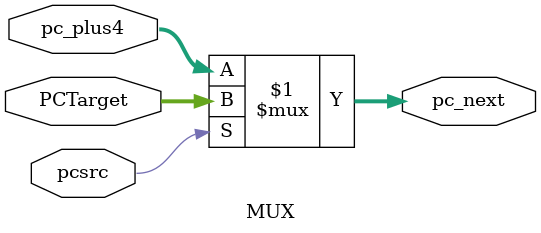
<source format=v>
module MUX(
   
	input	wire [31:0] 	pc_plus4	,
    input 	wire [31:0] 	PCTarget	,
    input 	wire 			pcsrc 		,

    output wire [31:0] 		pc_next
);

assign pc_next = (pcsrc) ? PCTarget : pc_plus4;

endmodule

</source>
